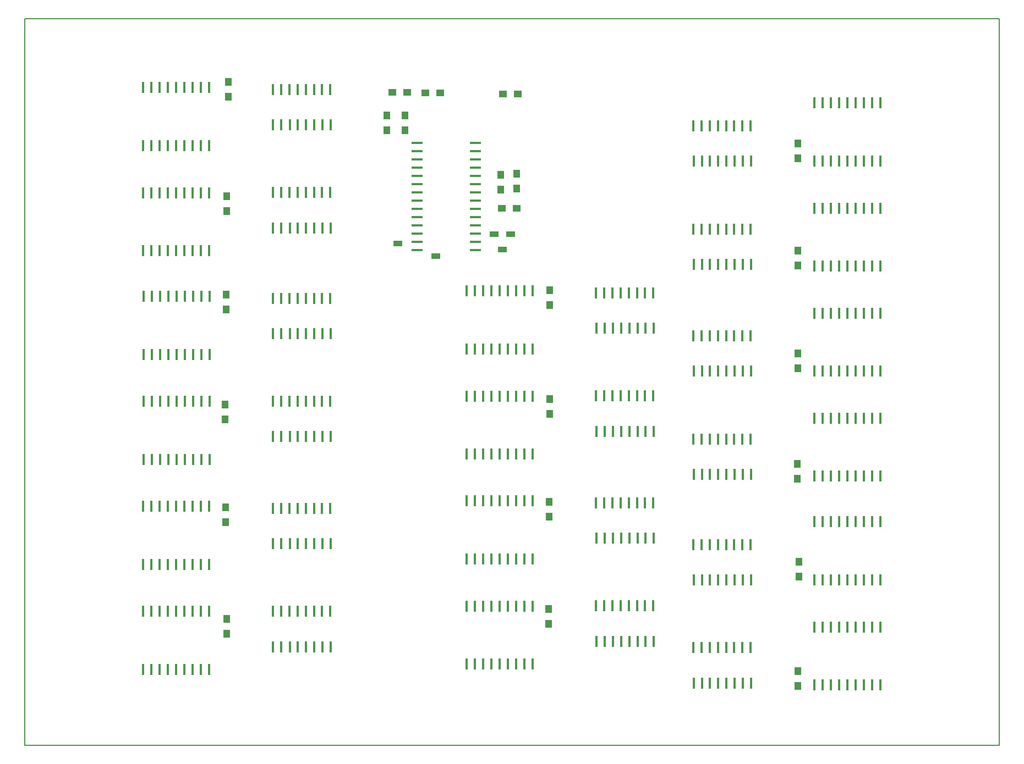
<source format=gbr>
G04 EasyPC Gerber Version 21.0.3 Build 4286 *
G04 #@! TF.Part,Single*
G04 #@! TF.FileFunction,Paste,Top *
G04 #@! TF.FilePolarity,Positive *
%FSLAX45Y45*%
%MOMM*%
G04 #@! TA.AperFunction,WasherPad*
%ADD147R,0.36000X1.75000*%
G04 #@! TA.AperFunction,SMDPad*
%ADD149R,0.36000X1.77000*%
%ADD153R,1.11700X1.24400*%
G04 #@! TD.AperFunction*
%ADD80C,0.12700*%
G04 #@! TA.AperFunction,SMDPad*
%ADD155R,1.75000X0.37000*%
%ADD156R,1.77000X0.37000*%
G04 #@! TA.AperFunction,WasherPad*
%ADD148R,1.36000X0.92000*%
G04 #@! TA.AperFunction,SMDPad*
%ADD154R,1.24400X1.11700*%
X0Y0D02*
D02*
D80*
X89620Y6350D02*
X15080660D01*
Y11200420*
X89620*
Y6350*
D02*
D147*
X3904560Y2072470D03*
Y3659970D03*
Y5307160D03*
Y6894660D03*
Y8522800D03*
Y10110300D03*
X3910900Y1527230D03*
Y3114730D03*
Y4761920D03*
Y6349420D03*
Y7977560D03*
Y9565060D03*
X4031360Y2072470D03*
Y3659970D03*
Y5307160D03*
Y6894660D03*
Y8522800D03*
Y10110300D03*
X4037700Y1527230D03*
Y3114730D03*
Y4761920D03*
Y6349420D03*
Y7977560D03*
Y9565060D03*
X4161330Y2072470D03*
Y3659970D03*
Y5307160D03*
Y6894660D03*
Y8522800D03*
Y10110300D03*
X4167670Y1527230D03*
Y3114730D03*
Y4761920D03*
Y6349420D03*
Y7977560D03*
Y9565060D03*
X4284960Y2072470D03*
Y3659970D03*
Y5307160D03*
Y6894660D03*
Y8522800D03*
Y10110300D03*
X4291300Y1527230D03*
Y3114730D03*
Y4761920D03*
Y6349420D03*
Y7977560D03*
Y9565060D03*
X4411760Y2072470D03*
Y3659970D03*
Y5307160D03*
Y6894660D03*
Y8522800D03*
Y10110300D03*
X4418100Y1527230D03*
Y3114730D03*
Y4761920D03*
Y6349420D03*
Y7977560D03*
Y9565060D03*
X4538560Y2072470D03*
Y3659970D03*
Y5307160D03*
Y6894660D03*
Y8522800D03*
Y10110300D03*
X4544900Y1527230D03*
Y3114730D03*
Y4761920D03*
Y6349420D03*
Y7977560D03*
Y9565060D03*
X4662190Y2072470D03*
Y3659970D03*
Y5307160D03*
Y6894660D03*
Y8522800D03*
Y10110300D03*
X4668530Y1527230D03*
Y3114730D03*
Y4761920D03*
Y6349420D03*
Y7977560D03*
Y9565060D03*
X4788990Y2072470D03*
Y3659970D03*
Y5307160D03*
Y6894660D03*
Y8522800D03*
Y10110300D03*
X4795330Y1527230D03*
Y3114730D03*
Y4761920D03*
Y6349420D03*
Y7977560D03*
Y9565060D03*
X8876990Y2155540D03*
Y3743040D03*
Y5390230D03*
Y6977730D03*
X8883330Y1610300D03*
Y3197800D03*
Y4844990D03*
Y6432490D03*
X9003790Y2155540D03*
Y3743040D03*
Y5390230D03*
Y6977730D03*
X9010130Y1610300D03*
Y3197800D03*
Y4844990D03*
Y6432490D03*
X9133760Y2155540D03*
Y3743040D03*
Y5390230D03*
Y6977730D03*
X9140100Y1610300D03*
Y3197800D03*
Y4844990D03*
Y6432490D03*
X9257390Y2155540D03*
Y3743040D03*
Y5390230D03*
Y6977730D03*
X9263730Y1610300D03*
Y3197800D03*
Y4844990D03*
Y6432490D03*
X9384190Y2155540D03*
Y3743040D03*
Y5390230D03*
Y6977730D03*
X9390530Y1610300D03*
Y3197800D03*
Y4844990D03*
Y6432490D03*
X9510990Y2155540D03*
Y3743040D03*
Y5390230D03*
Y6977730D03*
X9517330Y1610300D03*
Y3197800D03*
Y4844990D03*
Y6432490D03*
X9634620Y2155540D03*
Y3743040D03*
Y5390230D03*
Y6977730D03*
X9640960Y1610300D03*
Y3197800D03*
Y4844990D03*
Y6432490D03*
X9761420Y2155540D03*
Y3743040D03*
Y5390230D03*
Y6977730D03*
X9767760Y1610300D03*
Y3197800D03*
Y4844990D03*
Y6432490D03*
X10376070Y1511420D03*
Y3098920D03*
Y4727060D03*
Y6314560D03*
Y7961750D03*
Y9549250D03*
X10382410Y966180D03*
Y2553680D03*
Y4181820D03*
Y5769320D03*
Y7416510D03*
Y9004010D03*
X10502870Y1511420D03*
Y4727060D03*
Y6314560D03*
Y7961750D03*
Y9549250D03*
X10505500Y3099800D03*
X10509210Y966180D03*
Y2553680D03*
Y4181820D03*
Y5769320D03*
Y7416510D03*
Y9004010D03*
X10626500Y1511420D03*
Y3098920D03*
Y4727060D03*
Y6314560D03*
Y7961750D03*
Y9549250D03*
X10632840Y966180D03*
Y2553680D03*
Y4181820D03*
Y5769320D03*
Y7416510D03*
Y9004010D03*
X10753300Y1511420D03*
Y3098920D03*
Y4727060D03*
Y6314560D03*
Y7961750D03*
Y9549250D03*
X10759640Y966180D03*
Y2553680D03*
Y4181820D03*
Y5769320D03*
Y7416510D03*
Y9004010D03*
X10880100Y1511420D03*
Y3098920D03*
Y4727060D03*
Y6314560D03*
Y7961750D03*
Y9549250D03*
X10886440Y966180D03*
Y2553680D03*
Y4181820D03*
Y5769320D03*
Y7416510D03*
Y9004010D03*
X11003730Y1511420D03*
Y3098920D03*
Y4727060D03*
Y6314560D03*
Y7961750D03*
Y9549250D03*
X11010070Y966180D03*
Y2553680D03*
Y4181820D03*
Y5769320D03*
Y7416510D03*
Y9004010D03*
X11133700Y1511420D03*
Y3098920D03*
Y4727060D03*
Y6314560D03*
Y7961750D03*
Y9549250D03*
X11140040Y966180D03*
Y2553680D03*
Y4181820D03*
Y5769320D03*
Y7416510D03*
Y9004010D03*
X11260500Y1511420D03*
Y3098920D03*
Y4727060D03*
Y6314560D03*
Y7961750D03*
Y9549250D03*
X11266840Y966180D03*
Y2553680D03*
Y4181820D03*
Y5769320D03*
Y7416510D03*
Y9004010D03*
D02*
D148*
X5831290Y7737510D03*
X6413770Y7541440D03*
X7307710Y7883800D03*
X7437680Y7642880D03*
X7561310Y7883800D03*
D02*
D149*
X1913470Y1175440D03*
Y2069520D03*
Y2794690D03*
Y3688770D03*
Y7625770D03*
Y8519850D03*
Y9245020D03*
Y10139100D03*
X1914130Y4410130D03*
Y5304210D03*
Y6029610D03*
Y6923690D03*
X2040470Y1175440D03*
Y2069520D03*
Y2794690D03*
Y3688770D03*
Y7625770D03*
Y8519850D03*
Y9245020D03*
Y10139100D03*
X2041130Y4410130D03*
Y5304210D03*
Y6029610D03*
Y6923690D03*
X2167470Y1175440D03*
Y2069520D03*
Y2794690D03*
Y3688770D03*
Y7625770D03*
Y8519850D03*
Y9245020D03*
Y10139100D03*
X2168130Y4410130D03*
Y5304210D03*
Y6029610D03*
Y6923690D03*
X2294470Y1175440D03*
Y2069520D03*
Y2794690D03*
Y3688770D03*
Y7625770D03*
Y8519850D03*
Y9245020D03*
Y10139100D03*
X2295130Y4410130D03*
Y5304210D03*
Y6029610D03*
Y6923690D03*
X2421470Y1175440D03*
Y2069520D03*
Y2794690D03*
Y3688770D03*
Y7625770D03*
Y8519850D03*
Y9245020D03*
Y10139100D03*
X2422130Y4410130D03*
Y5304210D03*
Y6029610D03*
Y6923690D03*
X2548470Y1175440D03*
Y2069520D03*
Y2794690D03*
Y3688770D03*
Y7625770D03*
Y8519850D03*
Y9245020D03*
Y10139100D03*
X2549130Y4410130D03*
Y5304210D03*
Y6029610D03*
Y6923690D03*
X2675470Y1175440D03*
Y2069520D03*
Y2794690D03*
Y3688770D03*
Y7625770D03*
Y8519850D03*
Y9245020D03*
Y10139100D03*
X2676130Y4410130D03*
Y5304210D03*
Y6029610D03*
Y6923690D03*
X2802470Y1175440D03*
Y2069520D03*
Y2794690D03*
Y3688770D03*
Y7625770D03*
Y8519850D03*
Y9245020D03*
Y10139100D03*
X2803130Y4410130D03*
Y5304210D03*
Y6029610D03*
Y6923690D03*
X2929470Y1175440D03*
Y2069520D03*
Y2794690D03*
Y3688770D03*
Y7625770D03*
Y8519850D03*
Y9245020D03*
Y10139100D03*
X2930130Y4410130D03*
Y5304210D03*
Y6029610D03*
Y6923690D03*
X6885900Y1258510D03*
Y2152590D03*
Y2877760D03*
Y3771840D03*
X6886560Y4493200D03*
Y5387280D03*
Y6112680D03*
Y7006760D03*
X7012900Y1258510D03*
Y2152590D03*
Y2877760D03*
Y3771840D03*
X7013560Y4493200D03*
Y5387280D03*
Y6112680D03*
Y7006760D03*
X7139900Y1258510D03*
Y2152590D03*
Y2877760D03*
Y3771840D03*
X7140560Y4493200D03*
Y5387280D03*
Y6112680D03*
Y7006760D03*
X7266900Y1258510D03*
Y2152590D03*
Y2877760D03*
Y3771840D03*
X7267560Y4493200D03*
Y5387280D03*
Y6112680D03*
Y7006760D03*
X7393900Y1258510D03*
Y2152590D03*
Y2877760D03*
Y3771840D03*
X7394560Y4493200D03*
Y5387280D03*
Y6112680D03*
Y7006760D03*
X7520900Y1258510D03*
Y2152590D03*
Y2877760D03*
Y3771840D03*
X7521560Y4493200D03*
Y5387280D03*
Y6112680D03*
Y7006760D03*
X7647900Y1258510D03*
Y2152590D03*
Y2877760D03*
Y3771840D03*
X7648560Y4493200D03*
Y5387280D03*
Y6112680D03*
Y7006760D03*
X7774900Y1258510D03*
Y2152590D03*
Y2877760D03*
Y3771840D03*
X7775560Y4493200D03*
Y5387280D03*
Y6112680D03*
Y7006760D03*
X7901900Y1258510D03*
Y2152590D03*
Y2877760D03*
Y3771840D03*
X7902560Y4493200D03*
Y5387280D03*
Y6112680D03*
Y7006760D03*
X12241930Y937380D03*
Y1831460D03*
Y2556630D03*
Y3450710D03*
Y4153020D03*
Y5047100D03*
Y5772270D03*
Y6666350D03*
Y7387710D03*
Y8281790D03*
Y9006960D03*
Y9901040D03*
X12368930Y937380D03*
Y1831460D03*
Y2556630D03*
Y3450710D03*
Y4153020D03*
Y5047100D03*
Y5772270D03*
Y6666350D03*
Y7387710D03*
Y8281790D03*
Y9006960D03*
Y9901040D03*
X12495930Y937380D03*
Y1831460D03*
Y2556630D03*
Y3450710D03*
Y4153020D03*
Y5047100D03*
Y5772270D03*
Y6666350D03*
Y7387710D03*
Y8281790D03*
Y9006960D03*
Y9901040D03*
X12622930Y937380D03*
Y1831460D03*
Y2556630D03*
Y3450710D03*
Y4153020D03*
Y5047100D03*
Y5772270D03*
Y6666350D03*
Y7387710D03*
Y8281790D03*
Y9006960D03*
Y9901040D03*
X12749930Y937380D03*
Y1831460D03*
Y2556630D03*
Y3450710D03*
Y4153020D03*
Y5047100D03*
Y5772270D03*
Y6666350D03*
Y7387710D03*
Y8281790D03*
Y9006960D03*
Y9901040D03*
X12876930Y937380D03*
Y1831460D03*
Y2556630D03*
Y3450710D03*
Y4153020D03*
Y5047100D03*
Y5772270D03*
Y6666350D03*
Y7387710D03*
Y8281790D03*
Y9006960D03*
Y9901040D03*
X13003930Y937380D03*
Y1831460D03*
Y2556630D03*
Y3450710D03*
Y4153020D03*
Y5047100D03*
Y5772270D03*
Y6666350D03*
Y7387710D03*
Y8281790D03*
Y9006960D03*
Y9901040D03*
X13130930Y937380D03*
Y1831460D03*
Y2556630D03*
Y3450710D03*
Y4153020D03*
Y5047100D03*
Y5772270D03*
Y6666350D03*
Y7387710D03*
Y8281790D03*
Y9006960D03*
Y9901040D03*
X13257930Y937380D03*
Y1831460D03*
Y2556630D03*
Y3450710D03*
Y4153020D03*
Y5047100D03*
Y5772270D03*
Y6666350D03*
Y7387710D03*
Y8281790D03*
Y9006960D03*
Y9901040D03*
D02*
D153*
X3174030Y5028620D03*
Y5257220D03*
X3183470Y3444930D03*
Y3673530D03*
X3189880Y6720560D03*
Y6949160D03*
X3193050Y1727480D03*
Y1956080D03*
X3199390Y8235490D03*
Y8464090D03*
X3219960Y9995480D03*
Y10224080D03*
X5663280Y9480830D03*
Y9709430D03*
X5935900Y9480830D03*
Y9709430D03*
X7416290Y8571040D03*
Y8799640D03*
X7657210Y8583720D03*
Y8812320D03*
X8150930Y1877000D03*
Y2105600D03*
X8155900Y3528000D03*
Y3756600D03*
X8163610Y5111690D03*
Y5340290D03*
Y6793140D03*
Y7021740D03*
X11973950Y4110850D03*
Y4339450D03*
X11983460Y5819260D03*
Y6047860D03*
X11987930Y918660D03*
Y1147260D03*
Y7402950D03*
Y7631550D03*
Y9053950D03*
Y9282550D03*
X12005650Y2603620D03*
Y2832220D03*
D02*
D154*
X5748290Y10064290D03*
X5976890D03*
X6255090Y10061590D03*
X6483690D03*
X7431960Y8282750D03*
X7444640Y10038930D03*
X7660560Y8282750D03*
X7673240Y10038930D03*
D02*
D155*
X6126030Y7637940D03*
Y7764940D03*
Y7891940D03*
Y8018940D03*
Y8145940D03*
Y8272940D03*
Y8399940D03*
Y8526940D03*
Y8653940D03*
Y8780940D03*
Y8907940D03*
Y9034940D03*
Y9161940D03*
Y9288940D03*
X7020110Y7637940D03*
Y7764940D03*
Y7891940D03*
Y8018940D03*
Y8145940D03*
Y8272940D03*
Y8399940D03*
Y8526940D03*
Y8653940D03*
Y8780940D03*
Y8907940D03*
Y9034940D03*
Y9161940D03*
D02*
D156*
Y9288940D03*
X0Y0D02*
M02*

</source>
